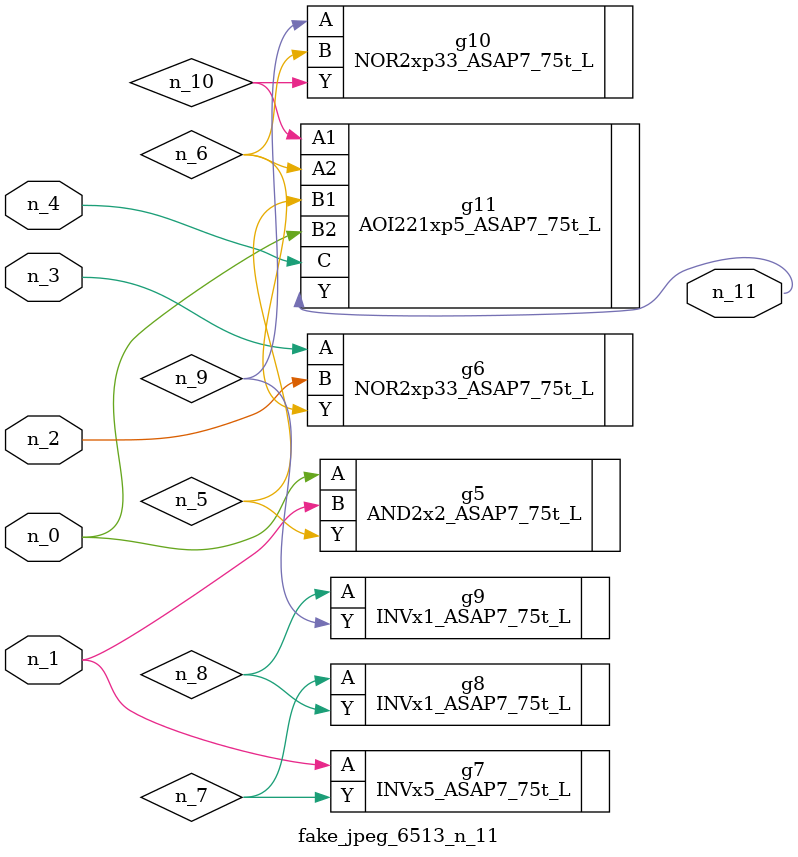
<source format=v>
module fake_jpeg_6513_n_11 (n_3, n_2, n_1, n_0, n_4, n_11);

input n_3;
input n_2;
input n_1;
input n_0;
input n_4;

output n_11;

wire n_10;
wire n_8;
wire n_9;
wire n_6;
wire n_5;
wire n_7;

AND2x2_ASAP7_75t_L g5 ( 
.A(n_0),
.B(n_1),
.Y(n_5)
);

NOR2xp33_ASAP7_75t_L g6 ( 
.A(n_3),
.B(n_2),
.Y(n_6)
);

INVx5_ASAP7_75t_L g7 ( 
.A(n_1),
.Y(n_7)
);

INVx1_ASAP7_75t_L g8 ( 
.A(n_7),
.Y(n_8)
);

INVx1_ASAP7_75t_L g9 ( 
.A(n_8),
.Y(n_9)
);

NOR2xp33_ASAP7_75t_L g10 ( 
.A(n_9),
.B(n_6),
.Y(n_10)
);

AOI221xp5_ASAP7_75t_L g11 ( 
.A1(n_10),
.A2(n_6),
.B1(n_5),
.B2(n_0),
.C(n_4),
.Y(n_11)
);


endmodule
</source>
